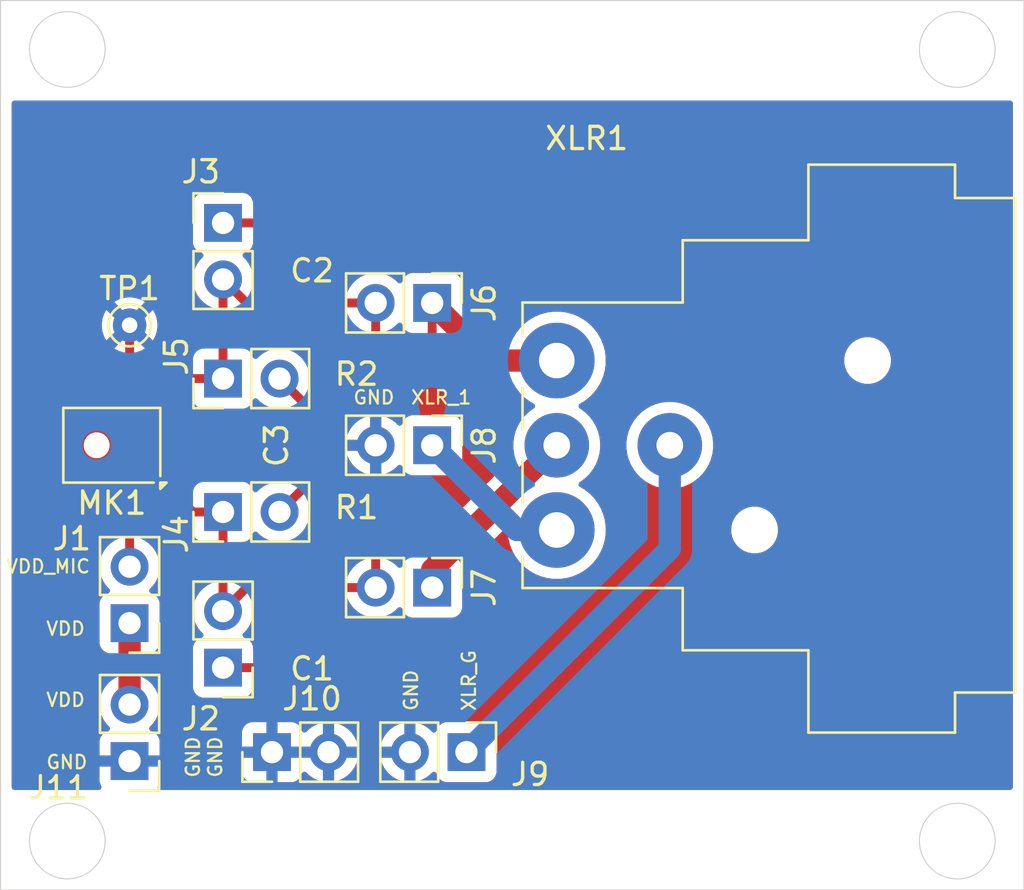
<source format=kicad_pcb>
(kicad_pcb (version 20241229) (generator "pcbnew") (generator_version "9.0")
  (layers (0 "F.Cu" signal) (2 "B.Cu" signal) (13 "F.Paste" user) (15 "B.Paste" user) (5 "F.SilkS" user "F.Silkscreen") (7 "B.SilkS" user "B.Silkscreen") (1 "F.Mask" user) (3 "B.Mask" user) (25 "Edge.Cuts" user))
  (net 0 "")
  (net 1 "GND")
  (net 2 "Net-(J2-Pin_1)")
  (net 3 "Net-(J3-Pin_1)")
  (net 4 "Net-(J4-Pin_2)")
  (net 5 "Net-(J5-Pin_2)")
  (net 6 "Net-(J1-Pin_2)")
  (net 7 "VDD")
  (net 8 "Net-(J2-Pin_2)")
  (net 9 "Net-(J3-Pin_2)")
  (net 10 "Net-(J6-Pin_1)")
  (net 11 "Net-(J7-Pin_1)")
  (net 12 "Net-(J8-Pin_1)")
  (net 13 "Net-(J9-Pin_1)")
  (footprint "Connector_PinHeader_2.54mm:PinHeader_1x02_P2.54mm_Vertical" (layer "F.Cu") (at 172.94 113.8 -90)
    (property "Reference" "J9" (at 1 -2.86 180) (layer "F.SilkS"))
    (property "Value" "Conn_01x02" (hide yes))
    (fp_line (start -1.33 3.87) (end 1.33 3.87) (stroke (width 0.12)) (layer "F.SilkS"))
    (fp_line (start -1.33 1.27) (end -1.33 3.87) (stroke (width 0.12)) (layer "F.SilkS"))
    (fp_line (start -1.33 1.27) (end 1.33 1.27) (stroke (width 0.12)) (layer "F.SilkS"))
    (fp_line (start 1.33 1.27) (end 1.33 3.87) (stroke (width 0.12)) (layer "F.SilkS"))
    (fp_line (start -1.33 0) (end -1.33 -1.33) (stroke (width 0.12)) (layer "F.SilkS"))
    (fp_line (start -1.33 -1.33) (end 0 -1.33) (stroke (width 0.12)) (layer "F.SilkS"))
    (pad "1" thru_hole rect (at 0 0 270) (size 1.7 1.7) (drill 1) (layers "*.Cu" "*.Mask") (net 13 "Net-(J9-Pin_1)"))
    (pad "2" thru_hole oval (at 0 2.54 270) (size 1.7 1.7) (drill 1) (layers "*.Cu" "*.Mask") (net 1 "GND"))
  )
  (footprint "Connector_Audio:Jack_XLR_Neutrik_NC3MAAH_Horizontal" (layer "F.Cu") (at 177 103.81 90)
    (property "Reference" "XLR1" (at 17.61 1.35 0) (layer "F.SilkS"))
    (property "Value" "NC3MAAH")
    (fp_line (start 10.23 -1.54) (end 8.81 -1.54) (stroke (width 0.12)) (layer "F.SilkS"))
    (fp_line (start 4.51 -1.54) (end 6.41 -1.54) (stroke (width 0.12)) (layer "F.SilkS"))
    (fp_line (start 3.11 -1.54) (end 1.21 -1.54) (stroke (width 0.12)) (layer "F.SilkS"))
    (fp_line (start -1.19 -1.54) (end -2.61 -1.54) (stroke (width 0.12)) (layer "F.SilkS"))
    (fp_line (start 10.23 5.66) (end 10.23 -1.54) (stroke (width 0.12)) (layer "F.SilkS"))
    (fp_line (start 10.23 5.66) (end 13.03 5.66) (stroke (width 0.12)) (layer "F.SilkS"))
    (fp_line (start -2.61 5.66) (end -2.61 -1.54) (stroke (width 0.12)) (layer "F.SilkS"))
    (fp_line (start -2.61 5.66) (end -5.41 5.66) (stroke (width 0.12)) (layer "F.SilkS"))
    (fp_line (start 13.03 11.31) (end 13.03 5.66) (stroke (width 0.12)) (layer "F.SilkS"))
    (fp_line (start 13.03 11.31) (end 16.43 11.31) (stroke (width 0.12)) (layer "F.SilkS"))
    (fp_line (start -5.41 11.31) (end -5.41 5.66) (stroke (width 0.12)) (layer "F.SilkS"))
    (fp_line (start -9.11 11.31) (end -5.41 11.31) (stroke (width 0.12)) (layer "F.SilkS"))
    (fp_line (start 16.43 17.9) (end 16.43 11.31) (stroke (width 0.12)) (layer "F.SilkS"))
    (fp_line (start 16.43 17.9) (end 14.93 17.9) (stroke (width 0.12)) (layer "F.SilkS"))
    (fp_line (start 14.93 17.9) (end 14.93 20.6) (stroke (width 0.12)) (layer "F.SilkS"))
    (fp_line (start -7.31 17.9) (end -9.11 17.9) (stroke (width 0.12)) (layer "F.SilkS"))
    (fp_line (start -7.31 17.9) (end -7.31 20.6) (stroke (width 0.12)) (layer "F.SilkS"))
    (fp_line (start -9.11 17.9) (end -9.11 11.31) (stroke (width 0.12)) (layer "F.SilkS"))
    (fp_line (start 14.93 20.6) (end -7.31 20.6) (stroke (width 0.12)) (layer "F.SilkS"))
    (pad "" np_thru_hole circle (at 0 8.89 90) (size 1.6 1.6) (drill 1.6) (layers "*.Cu" "*.Mask"))
    (pad "" np_thru_hole circle (at 7.62 13.97 90) (size 1.6 1.6) (drill 1.6) (layers "*.Cu" "*.Mask"))
    (pad "1" thru_hole circle (at 0 0 90) (size 3.4 3.4) (drill 1.6) (layers "*.Cu" "*.Mask") (net 12 "Net-(J8-Pin_1)"))
    (pad "2" thru_hole circle (at 7.62 0 90) (size 3.4 3.4) (drill 1.6) (layers "*.Cu" "*.Mask") (net 10 "Net-(J6-Pin_1)"))
    (pad "3" thru_hole circle (at 3.81 0 90) (size 2.9 2.9) (drill 1.2) (layers "*.Cu" "*.Mask") (net 11 "Net-(J7-Pin_1)"))
    (pad "G" thru_hole circle (at 3.81 5.08 90) (size 2.9 2.9) (drill 1.2) (layers "*.Cu" "*.Mask") (net 13 "Net-(J9-Pin_1)"))
  )
  (footprint "Sensor_Audio:Infineon_PG-LLGA-5-2" (layer "F.Cu") (at 157 100 180)
    (property "Reference" "MK1" (at 0 -2.6 0) (layer "F.SilkS"))
    (property "Value" "IM73A135V01")
    (fp_line (start 2.18 -1.68) (end 2.18 1.68) (stroke (width 0.12)) (layer "F.SilkS"))
    (fp_line (start -1.88 -1.68) (end 2.18 -1.68) (stroke (width 0.12)) (layer "F.SilkS"))
    (fp_line (start -2.18 1.68) (end 2.18 1.68) (stroke (width 0.12)) (layer "F.SilkS"))
    (fp_line (start -2.18 -1.38) (end -2.18 1.68) (stroke (width 0.12)) (layer "F.SilkS"))
    (fp_poly (pts (xy -2.18 -1.68) (xy -2.46 -1.68) (xy -2.18 -1.96) (xy -2.18 -1.68)) (stroke (width 0.12)) (fill yes) (layer "F.SilkS"))
    (pad "" np_thru_hole circle (at 0.68 0 270) (size 0.8 0.8) (drill 0.8) (layers "*.Cu" "*.Mask"))
    (pad "1" smd roundrect (at -1.5 -0.85 90) (size 0.75 0.45) (layers "F.Cu" "F.Mask") (net 8 "Net-(J2-Pin_2)"))
    (pad "2" smd roundrect (at -0.8 -0.85 90) (size 0.75 0.45) (layers "F.Cu" "F.Mask") (net 6 "Net-(J1-Pin_2)"))
    (pad "3" smd roundrect (at -1.5 0.85 90) (size 0.75 0.45) (layers "F.Cu" "F.Mask") (net 9 "Net-(J3-Pin_2)"))
    (pad "4" smd roundrect (at -0.8 0.85 90) (size 0.75 0.45) (layers "F.Cu" "F.Mask") (net 1 "GND"))
    (pad "5" smd custom (at -0.13 0 90) (size 0.46 0.46) (layers "F.Cu" "F.Mask") (net 1 "GND") (options (clearance outline) (anchor circle)) (primitives (gr_circle (center 0 -0.81) (end 0.81 -0.81) (width 0.46) (fill no))))
  )
  (footprint "Connector_PinHeader_2.54mm:PinHeader_1x02_P2.54mm_Vertical" (layer "F.Cu") (at 171.4 106.4 -90)
    (property "Reference" "J7" (at 0 -2.33 90) (layer "F.SilkS"))
    (property "Value" "Conn_01x02" (hide yes))
    (fp_line (start -1.33 3.87) (end 1.33 3.87) (stroke (width 0.12)) (layer "F.SilkS"))
    (fp_line (start -1.33 1.27) (end -1.33 3.87) (stroke (width 0.12)) (layer "F.SilkS"))
    (fp_line (start -1.33 1.27) (end 1.33 1.27) (stroke (width 0.12)) (layer "F.SilkS"))
    (fp_line (start 1.33 1.27) (end 1.33 3.87) (stroke (width 0.12)) (layer "F.SilkS"))
    (fp_line (start -1.33 0) (end -1.33 -1.33) (stroke (width 0.12)) (layer "F.SilkS"))
    (fp_line (start -1.33 -1.33) (end 0 -1.33) (stroke (width 0.12)) (layer "F.SilkS"))
    (pad "1" thru_hole rect (at 0 0 270) (size 1.7 1.7) (drill 1) (layers "*.Cu" "*.Mask") (net 11 "Net-(J7-Pin_1)"))
    (pad "2" thru_hole oval (at 0 2.54 270) (size 1.7 1.7) (drill 1) (layers "*.Cu" "*.Mask") (net 8 "Net-(J2-Pin_2)"))
  )
  (footprint "Capacitor_SMD:C_0201_0603Metric_Pad0.64x0.40mm_HandSolder" (layer "F.Cu") (at 166 109 180)
    (property "Reference" "C1" (at 0 -1.05 0) (layer "F.SilkS"))
    (property "Value" "100p/50V")
    (pad "1" smd roundrect (at -0.4075 0 180) (size 0.635 0.4) (layers "F.Cu" "F.Mask") (net 1 "GND"))
    (pad "2" smd roundrect (at 0.4075 0 180) (size 0.635 0.4) (layers "F.Cu" "F.Mask") (net 2 "Net-(J2-Pin_1)"))
  )
  (footprint "Connector_PinHeader_2.54mm:PinHeader_1x02_P2.54mm_Vertical" (layer "F.Cu") (at 157.8 114.2 180)
    (property "Reference" "J11" (at 3.2 -1.2 180) (layer "F.SilkS"))
    (property "Value" "Conn_01x02" (hide yes))
    (fp_line (start 1.33 1.27) (end 1.33 3.87) (stroke (width 0.12)) (layer "F.SilkS"))
    (fp_line (start -1.33 3.87) (end 1.33 3.87) (stroke (width 0.12)) (layer "F.SilkS"))
    (fp_line (start -1.33 1.27) (end 1.33 1.27) (stroke (width 0.12)) (layer "F.SilkS"))
    (fp_line (start -1.33 1.27) (end -1.33 3.87) (stroke (width 0.12)) (layer "F.SilkS"))
    (fp_line (start -1.33 0) (end -1.33 -1.33) (stroke (width 0.12)) (layer "F.SilkS"))
    (fp_line (start -1.33 -1.33) (end 0 -1.33) (stroke (width 0.12)) (layer "F.SilkS"))
    (pad "1" thru_hole rect (at 0 0 180) (size 1.7 1.7) (drill 1) (layers "*.Cu" "*.Mask") (net 1 "GND"))
    (pad "2" thru_hole oval (at 0 2.54 180) (size 1.7 1.7) (drill 1) (layers "*.Cu" "*.Mask") (net 7 "VDD"))
  )
  (footprint "Capacitor_SMD:C_0201_0603Metric_Pad0.64x0.40mm_HandSolder" (layer "F.Cu") (at 166 91)
    (property "Reference" "C2" (at 0 1.15 0) (layer "F.SilkS"))
    (property "Value" "100p/50V")
    (pad "1" smd roundrect (at -0.4075 0) (size 0.635 0.4) (layers "F.Cu" "F.Mask") (net 3 "Net-(J3-Pin_1)"))
    (pad "2" smd roundrect (at 0.4075 0) (size 0.635 0.4) (layers "F.Cu" "F.Mask") (net 1 "GND"))
  )
  (footprint "Connector_PinHeader_2.54mm:PinHeader_1x02_P2.54mm_Vertical" (layer "F.Cu") (at 171.4 93.6 -90)
    (property "Reference" "J6" (at 0 -2.33 90) (layer "F.SilkS"))
    (property "Value" "Conn_01x02" (hide yes))
    (fp_line (start -1.33 3.87) (end 1.33 3.87) (stroke (width 0.12)) (layer "F.SilkS"))
    (fp_line (start -1.33 1.27) (end -1.33 3.87) (stroke (width 0.12)) (layer "F.SilkS"))
    (fp_line (start -1.33 1.27) (end 1.33 1.27) (stroke (width 0.12)) (layer "F.SilkS"))
    (fp_line (start 1.33 1.27) (end 1.33 3.87) (stroke (width 0.12)) (layer "F.SilkS"))
    (fp_line (start -1.33 0) (end -1.33 -1.33) (stroke (width 0.12)) (layer "F.SilkS"))
    (fp_line (start -1.33 -1.33) (end 0 -1.33) (stroke (width 0.12)) (layer "F.SilkS"))
    (pad "1" thru_hole rect (at 0 0 270) (size 1.7 1.7) (drill 1) (layers "*.Cu" "*.Mask") (net 10 "Net-(J6-Pin_1)"))
    (pad "2" thru_hole oval (at 0 2.54 270) (size 1.7 1.7) (drill 1) (layers "*.Cu" "*.Mask") (net 9 "Net-(J3-Pin_2)"))
  )
  (footprint "Connector_PinHeader_2.54mm:PinHeader_1x02_P2.54mm_Vertical" (layer "F.Cu") (at 162 110 180)
    (property "Reference" "J2" (at 1 -2.3 0) (layer "F.SilkS"))
    (property "Value" "Conn_01x02" (hide yes))
    (fp_line (start 1.33 1.27) (end 1.33 3.87) (stroke (width 0.12)) (layer "F.SilkS"))
    (fp_line (start -1.33 3.87) (end 1.33 3.87) (stroke (width 0.12)) (layer "F.SilkS"))
    (fp_line (start -1.33 1.27) (end 1.33 1.27) (stroke (width 0.12)) (layer "F.SilkS"))
    (fp_line (start -1.33 1.27) (end -1.33 3.87) (stroke (width 0.12)) (layer "F.SilkS"))
    (fp_line (start -1.33 0) (end -1.33 -1.33) (stroke (width 0.12)) (layer "F.SilkS"))
    (fp_line (start -1.33 -1.33) (end 0 -1.33) (stroke (width 0.12)) (layer "F.SilkS"))
    (pad "1" thru_hole rect (at 0 0 180) (size 1.7 1.7) (drill 1) (layers "*.Cu" "*.Mask") (net 2 "Net-(J2-Pin_1)"))
    (pad "2" thru_hole oval (at 0 2.54 180) (size 1.7 1.7) (drill 1) (layers "*.Cu" "*.Mask") (net 8 "Net-(J2-Pin_2)"))
  )
  (footprint "Resistor_SMD:R_0201_0603Metric_Pad0.64x0.40mm_HandSolder" (layer "F.Cu") (at 170 103)
    (property "Reference" "R1" (at -2 -0.2 0) (layer "F.SilkS"))
    (property "Value" "0")
    (pad "1" smd roundrect (at -0.4075 0) (size 0.635 0.4) (layers "F.Cu" "F.Mask") (net 8 "Net-(J2-Pin_2)"))
    (pad "2" smd roundrect (at 0.4075 0) (size 0.635 0.4) (layers "F.Cu" "F.Mask") (net 11 "Net-(J7-Pin_1)"))
  )
  (footprint "Connector_PinHeader_2.54mm:PinHeader_1x02_P2.54mm_Vertical" (layer "F.Cu") (at 162 103 90)
    (property "Reference" "J4" (at -1 -2.1 90) (layer "F.SilkS"))
    (property "Value" "Conn_01x02" (hide yes))
    (fp_line (start -1.33 -1.33) (end 0 -1.33) (stroke (width 0.12)) (layer "F.SilkS"))
    (fp_line (start -1.33 0) (end -1.33 -1.33) (stroke (width 0.12)) (layer "F.SilkS"))
    (fp_line (start 1.33 1.27) (end 1.33 3.87) (stroke (width 0.12)) (layer "F.SilkS"))
    (fp_line (start -1.33 1.27) (end 1.33 1.27) (stroke (width 0.12)) (layer "F.SilkS"))
    (fp_line (start -1.33 1.27) (end -1.33 3.87) (stroke (width 0.12)) (layer "F.SilkS"))
    (fp_line (start -1.33 3.87) (end 1.33 3.87) (stroke (width 0.12)) (layer "F.SilkS"))
    (pad "1" thru_hole rect (at 0 0 90) (size 1.7 1.7) (drill 1) (layers "*.Cu" "*.Mask") (net 8 "Net-(J2-Pin_2)"))
    (pad "2" thru_hole oval (at 0 2.54 90) (size 1.7 1.7) (drill 1) (layers "*.Cu" "*.Mask") (net 4 "Net-(J4-Pin_2)"))
  )
  (footprint "TestPoint:TestPoint_THTPad_D1.5mm_Drill0.7mm" (layer "F.Cu") (at 157.8 94.6)
    (property "Reference" "TP1" (at 0 -1.648 0) (layer "F.SilkS"))
    (property "Value" "TestPoint" (hide yes))
    (fp_circle (center 0 0) (end 0 0.95) (stroke (width 0.12)) (fill no) (layer "F.SilkS"))
    (pad "1" thru_hole circle (at 0 0) (size 1.5 1.5) (drill 0.7) (layers "*.Cu" "*.Mask") (net 1 "GND"))
  )
  (footprint "Connector_PinHeader_2.54mm:PinHeader_1x02_P2.54mm_Vertical" (layer "F.Cu") (at 164.2 113.8 90)
    (property "Reference" "J10" (at 2.4 1.8 180) (layer "F.SilkS"))
    (property "Value" "Conn_01x02" (hide yes))
    (fp_line (start -1.33 -1.33) (end 0 -1.33) (stroke (width 0.12)) (layer "F.SilkS"))
    (fp_line (start -1.33 0) (end -1.33 -1.33) (stroke (width 0.12)) (layer "F.SilkS"))
    (fp_line (start 1.33 1.27) (end 1.33 3.87) (stroke (width 0.12)) (layer "F.SilkS"))
    (fp_line (start -1.33 1.27) (end 1.33 1.27) (stroke (width 0.12)) (layer "F.SilkS"))
    (fp_line (start -1.33 1.27) (end -1.33 3.87) (stroke (width 0.12)) (layer "F.SilkS"))
    (fp_line (start -1.33 3.87) (end 1.33 3.87) (stroke (width 0.12)) (layer "F.SilkS"))
    (pad "1" thru_hole rect (at 0 0 90) (size 1.7 1.7) (drill 1) (layers "*.Cu" "*.Mask") (net 1 "GND"))
    (pad "2" thru_hole oval (at 0 2.54 90) (size 1.7 1.7) (drill 1) (layers "*.Cu" "*.Mask") (net 1 "GND"))
  )
  (footprint "Connector_PinHeader_2.54mm:PinHeader_1x02_P2.54mm_Vertical" (layer "F.Cu") (at 162 97 90)
    (property "Reference" "J5" (at 1 -2.1 90) (layer "F.SilkS"))
    (property "Value" "Conn_01x02" (hide yes))
    (fp_line (start -1.33 -1.33) (end 0 -1.33) (stroke (width 0.12)) (layer "F.SilkS"))
    (fp_line (start -1.33 0) (end -1.33 -1.33) (stroke (width 0.12)) (layer "F.SilkS"))
    (fp_line (start 1.33 1.27) (end 1.33 3.87) (stroke (width 0.12)) (layer "F.SilkS"))
    (fp_line (start -1.33 1.27) (end 1.33 1.27) (stroke (width 0.12)) (layer "F.SilkS"))
    (fp_line (start -1.33 1.27) (end -1.33 3.87) (stroke (width 0.12)) (layer "F.SilkS"))
    (fp_line (start -1.33 3.87) (end 1.33 3.87) (stroke (width 0.12)) (layer "F.SilkS"))
    (pad "1" thru_hole rect (at 0 0 90) (size 1.7 1.7) (drill 1) (layers "*.Cu" "*.Mask") (net 9 "Net-(J3-Pin_2)"))
    (pad "2" thru_hole oval (at 0 2.54 90) (size 1.7 1.7) (drill 1) (layers "*.Cu" "*.Mask") (net 5 "Net-(J5-Pin_2)"))
  )
  (footprint "Capacitor_SMD:C_0201_0603Metric_Pad0.64x0.40mm_HandSolder" (layer "F.Cu") (at 166 100 90)
    (property "Reference" "C3" (at 0 -1.6 90) (layer "F.SilkS"))
    (property "Value" "100p/50V")
    (pad "1" smd roundrect (at -0.4075 0 90) (size 0.635 0.4) (layers "F.Cu" "F.Mask") (net 4 "Net-(J4-Pin_2)"))
    (pad "2" smd roundrect (at 0.4075 0 90) (size 0.635 0.4) (layers "F.Cu" "F.Mask") (net 5 "Net-(J5-Pin_2)"))
  )
  (footprint "Connector_PinHeader_2.54mm:PinHeader_1x02_P2.54mm_Vertical" (layer "F.Cu") (at 162 90)
    (property "Reference" "J3" (at -1 -2.3 0) (layer "F.SilkS"))
    (property "Value" "Conn_01x02" (hide yes))
    (fp_line (start -1.33 -1.33) (end 0 -1.33) (stroke (width 0.12)) (layer "F.SilkS"))
    (fp_line (start -1.33 0) (end -1.33 -1.33) (stroke (width 0.12)) (layer "F.SilkS"))
    (fp_line (start -1.33 1.27) (end -1.33 3.87) (stroke (width 0.12)) (layer "F.SilkS"))
    (fp_line (start -1.33 1.27) (end 1.33 1.27) (stroke (width 0.12)) (layer "F.SilkS"))
    (fp_line (start -1.33 3.87) (end 1.33 3.87) (stroke (width 0.12)) (layer "F.SilkS"))
    (fp_line (start 1.33 1.27) (end 1.33 3.87) (stroke (width 0.12)) (layer "F.SilkS"))
    (pad "1" thru_hole rect (at 0 0) (size 1.7 1.7) (drill 1) (layers "*.Cu" "*.Mask") (net 3 "Net-(J3-Pin_1)"))
    (pad "2" thru_hole oval (at 0 2.54) (size 1.7 1.7) (drill 1) (layers "*.Cu" "*.Mask") (net 9 "Net-(J3-Pin_2)"))
  )
  (footprint "Connector_PinHeader_2.54mm:PinHeader_1x02_P2.54mm_Vertical" (layer "F.Cu") (at 171.4 100 -90)
    (property "Reference" "J8" (at 0 -2.33 90) (layer "F.SilkS"))
    (property "Value" "Conn_01x02" (hide yes))
    (fp_line (start -1.33 3.87) (end 1.33 3.87) (stroke (width 0.12)) (layer "F.SilkS"))
    (fp_line (start -1.33 1.27) (end -1.33 3.87) (stroke (width 0.12)) (layer "F.SilkS"))
    (fp_line (start -1.33 1.27) (end 1.33 1.27) (stroke (width 0.12)) (layer "F.SilkS"))
    (fp_line (start 1.33 1.27) (end 1.33 3.87) (stroke (width 0.12)) (layer "F.SilkS"))
    (fp_line (start -1.33 0) (end -1.33 -1.33) (stroke (width 0.12)) (layer "F.SilkS"))
    (fp_line (start -1.33 -1.33) (end 0 -1.33) (stroke (width 0.12)) (layer "F.SilkS"))
    (pad "1" thru_hole rect (at 0 0 270) (size 1.7 1.7) (drill 1) (layers "*.Cu" "*.Mask") (net 12 "Net-(J8-Pin_1)"))
    (pad "2" thru_hole oval (at 0 2.54 270) (size 1.7 1.7) (drill 1) (layers "*.Cu" "*.Mask") (net 1 "GND"))
  )
  (footprint "Connector_PinHeader_2.54mm:PinHeader_1x02_P2.54mm_Vertical" (layer "F.Cu") (at 157.8 108 180)
    (property "Reference" "J1" (at 2.6 3.8 0) (layer "F.SilkS"))
    (property "Value" "Conn_01x02" (hide yes))
    (fp_line (start 1.33 1.27) (end 1.33 3.87) (stroke (width 0.12)) (layer "F.SilkS"))
    (fp_line (start -1.33 3.87) (end 1.33 3.87) (stroke (width 0.12)) (layer "F.SilkS"))
    (fp_line (start -1.33 1.27) (end 1.33 1.27) (stroke (width 0.12)) (layer "F.SilkS"))
    (fp_line (start -1.33 1.27) (end -1.33 3.87) (stroke (width 0.12)) (layer "F.SilkS"))
    (fp_line (start -1.33 0) (end -1.33 -1.33) (stroke (width 0.12)) (layer "F.SilkS"))
    (fp_line (start -1.33 -1.33) (end 0 -1.33) (stroke (width 0.12)) (layer "F.SilkS"))
    (pad "1" thru_hole rect (at 0 0 180) (size 1.7 1.7) (drill 1) (layers "*.Cu" "*.Mask") (net 7 "VDD"))
    (pad "2" thru_hole oval (at 0 2.54 180) (size 1.7 1.7) (drill 1) (layers "*.Cu" "*.Mask") (net 6 "Net-(J1-Pin_2)"))
  )
  (footprint "Resistor_SMD:R_0201_0603Metric_Pad0.64x0.40mm_HandSolder" (layer "F.Cu") (at 170 97)
    (property "Reference" "R2" (at -2 -0.2 0) (layer "F.SilkS"))
    (property "Value" "0")
    (pad "1" smd roundrect (at -0.4075 0) (size 0.635 0.4) (layers "F.Cu" "F.Mask") (net 9 "Net-(J3-Pin_2)"))
    (pad "2" smd roundrect (at 0.4075 0) (size 0.635 0.4) (layers "F.Cu" "F.Mask") (net 10 "Net-(J6-Pin_1)"))
  )
  (gr_circle (center 155 117.8) (end 156.7 117.8) (stroke (width 0.05)) (fill no) (layer "Edge.Cuts"))
  (gr_circle (center 195 82.2) (end 196.7 82.2) (stroke (width 0.05)) (fill no) (layer "Edge.Cuts"))
  (gr_rect (start 152 80) (end 198 120) (stroke (width 0.05)) (fill no) (layer "Edge.Cuts"))
  (gr_circle (center 155 82.2) (end 156.7 82.2) (stroke (width 0.05)) (fill no) (layer "Edge.Cuts"))
  (gr_circle (center 195 117.8) (end 196.7 117.8) (stroke (width 0.05)) (fill no) (layer "Edge.Cuts"))
  (gr_text "GND" (at 154 114.6 0) (layer "F.SilkS") (effects (font (size 0.6 0.6) (thickness 0.1)) (justify left bottom)))
  (gr_text "XLR_G" (at 173.4 112 90) (layer "F.SilkS") (effects (font (size 0.6 0.6) (thickness 0.1)) (justify left bottom)))
  (gr_text "GND" (at 170.8 112 90) (layer "F.SilkS") (effects (font (size 0.6 0.6) (thickness 0.1)) (justify left bottom)))
  (gr_text "GND" (at 162 115 90) (layer "F.SilkS") (effects (font (size 0.6 0.6) (thickness 0.1)) (justify left bottom)))
  (gr_text "GND" (at 161 115 90) (layer "F.SilkS") (effects (font (size 0.6 0.6) (thickness 0.1)) (justify left bottom)))
  (gr_text "VDD_MIC" (at 152.2 105.8 0) (layer "F.SilkS") (effects (font (size 0.6 0.6) (thickness 0.1)) (justify left bottom)))
  (gr_text "GND" (at 167.8 98.2 0) (layer "F.SilkS") (effects (font (size 0.6 0.6) (thickness 0.1)) (justify left bottom)))
  (gr_text "XLR_1" (at 170.4 98.2 0) (layer "F.SilkS") (effects (font (size 0.6 0.6) (thickness 0.1)) (justify left bottom)))
  (gr_text "VDD" (at 154 108.6 0) (layer "F.SilkS") (effects (font (size 0.6 0.6) (thickness 0.1)) (justify left bottom)))
  (gr_text "VDD" (at 154 111.8 0) (layer "F.SilkS") (effects (font (size 0.6 0.6) (thickness 0.1)) (justify left bottom)))
  (segment (start 157.8 99.15) (end 157.8 99.33) (width 0.2) (layer "F.Cu") (net 1))
  (segment (start 157.8 99.15) (end 157.8 94.6) (width 0.4) (layer "F.Cu") (net 1))
  (segment (start 157.8 99.33) (end 157.13 100) (width 0.2) (layer "F.Cu") (net 1))
  (segment (start 164.5925 110) (end 165.5925 109) (width 0.4) (layer "F.Cu") (net 2))
  (segment (start 162 110) (end 164.5925 110) (width 0.4) (layer "F.Cu") (net 2))
  (segment (start 164.5925 90) (end 165.5925 91) (width 0.4) (layer "F.Cu") (net 3))
  (segment (start 162 90) (end 164.5925 90) (width 0.4) (layer "F.Cu") (net 3))
  (segment (start 166 100.4075) (end 166 101.54) (width 0.4) (layer "F.Cu") (net 4))
  (segment (start 166 101.54) (end 164.54 103) (width 0.4) (layer "F.Cu") (net 4))
  (segment (start 164.54 97) (end 166 98.46) (width 0.4) (layer "F.Cu") (net 5))
  (segment (start 166 98.46) (end 166 99.5925) (width 0.4) (layer "F.Cu") (net 5))
  (segment (start 157.8 105.46) (end 157.8 100.85) (width 0.4) (layer "F.Cu") (net 6))
  (segment (start 157.8 108) (end 157.8 111.66) (width 1) (layer "F.Cu") (net 7))
  (segment (start 162 107.46) (end 162 103) (width 0.4) (layer "F.Cu") (net 8))
  (segment (start 158.5 100.85) (end 160.65 103) (width 0.4) (layer "F.Cu") (net 8))
  (segment (start 160.65 103) (end 162 103) (width 0.4) (layer "F.Cu") (net 8))
  (segment (start 163.06 106.4) (end 168.86 106.4) (width 0.4) (layer "F.Cu") (net 8))
  (segment (start 162 107.46) (end 163.06 106.4) (width 0.4) (layer "F.Cu") (net 8))
  (segment (start 168.86 106.4) (end 168.86 103.7325) (width 0.4) (layer "F.Cu") (net 8))
  (segment (start 168.86 103.7325) (end 169.5925 103) (width 0.4) (layer "F.Cu") (net 8))
  (segment (start 162 92.54) (end 163.06 93.6) (width 0.4) (layer "F.Cu") (net 9))
  (segment (start 162 97) (end 162 92.54) (width 0.4) (layer "F.Cu") (net 9))
  (segment (start 158.5 99.15) (end 160.65 97) (width 0.4) (layer "F.Cu") (net 9))
  (segment (start 163.06 93.6) (end 168.86 93.6) (width 0.4) (layer "F.Cu") (net 9))
  (segment (start 168.86 96.2675) (end 169.5925 97) (width 0.4) (layer "F.Cu") (net 9))
  (segment (start 168.86 93.6) (end 168.86 96.2675) (width 0.4) (layer "F.Cu") (net 9))
  (segment (start 160.65 97) (end 162 97) (width 0.4) (layer "F.Cu") (net 9))
  (segment (start 170.4075 97) (end 171.4 96.0075) (width 0.4) (layer "F.Cu") (net 10))
  (segment (start 173.99 96.19) (end 171.4 93.6) (width 1) (layer "F.Cu") (net 10))
  (segment (start 171.4 96.0075) (end 171.4 93.6) (width 0.4) (layer "F.Cu") (net 10))
  (segment (start 177 96.19) (end 173.99 96.19) (width 1) (layer "F.Cu") (net 10))
  (segment (start 177 100) (end 171.4 105.6) (width 1) (layer "F.Cu") (net 11))
  (segment (start 171.4 103.9925) (end 171.4 106.4) (width 0.4) (layer "F.Cu") (net 11))
  (segment (start 171.4 105.6) (end 171.4 106.4) (width 1) (layer "F.Cu") (net 11))
  (segment (start 170.4075 103) (end 171.4 103.9925) (width 0.4) (layer "F.Cu") (net 11))
  (segment (start 177 103.81) (end 175.21 103.81) (width 1) (layer "B.Cu") (net 12))
  (segment (start 175.21 103.81) (end 171.4 100) (width 1) (layer "B.Cu") (net 12))
  (segment (start 182.08 100) (end 182.08 104.66) (width 1) (layer "B.Cu") (net 13))
  (segment (start 182.08 104.66) (end 172.94 113.8) (width 1) (layer "B.Cu") (net 13))
  (zone (net 1) (net_name "GND") (layer "F.Cu") (connect_pads (clearance 0.5)) (min_thickness 0.25) (fill yes (thermal_gap 0.5) (thermal_bridge_width 0.5))
    (polygon (pts (xy 152.2 115.8) (xy 152.2 84.2) (xy 197.8 84.2) (xy 197.8 115.8)))
  )
  (zone (net 1) (net_name "GND") (layer "B.Cu") (priority 1) (connect_pads (clearance 0.5)) (min_thickness 0.25) (fill yes (thermal_gap 0.5) (thermal_bridge_width 0.5))
    (polygon (pts (xy 152.2 84.2) (xy 197.8 84.2) (xy 197.8 115.8) (xy 152.2 115.8)))
  )
)
</source>
